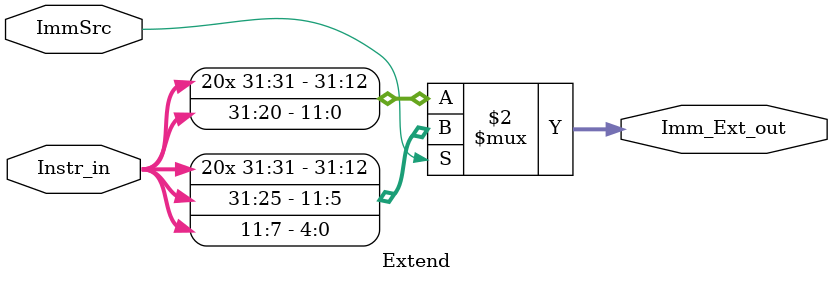
<source format=v>
`timescale 1ns / 1ps
module Extend(Instr_in,Imm_Ext_out,ImmSrc
    );
	 input [31:0]Instr_in;
	 input ImmSrc;
	 output [31:0] Imm_Ext_out;
	 
//	 assign Imm_Ext_out = (Instr_in[31]) ? {{20{1'b1}},Instr_in[31:20]} : {{20{1'b0}},Instr_in[31:20]} ;
	 assign Imm_Ext_out = (ImmSrc == 1'b1)? ({{20{Instr_in[31]}},Instr_in[31:25],Instr_in[11:7]}):
															{{20{Instr_in[31]}},Instr_in[31:20]};


endmodule

</source>
